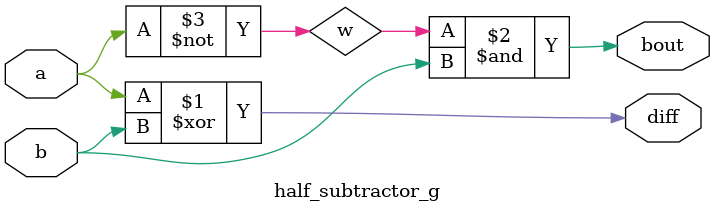
<source format=v>
module half_subtractor_g(a,b,diff,bout);

	input a,b;
	output diff,bout;
	wire w;

	xor X1(diff,a,b);
	not N1(w,a);
	and A1(bout,w,b);

endmodule

</source>
